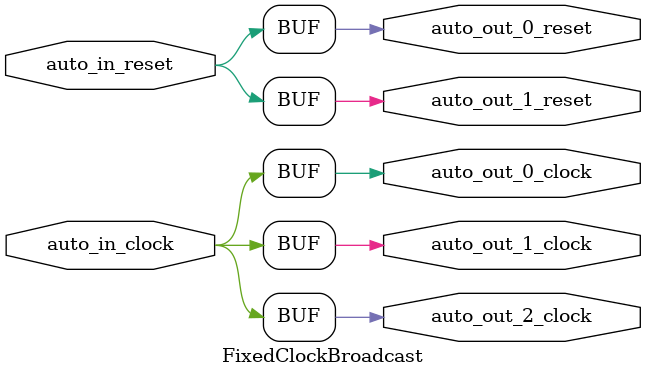
<source format=sv>
`ifndef RANDOMIZE
  `ifdef RANDOMIZE_MEM_INIT
    `define RANDOMIZE
  `endif // RANDOMIZE_MEM_INIT
`endif // not def RANDOMIZE
`ifndef RANDOMIZE
  `ifdef RANDOMIZE_REG_INIT
    `define RANDOMIZE
  `endif // RANDOMIZE_REG_INIT
`endif // not def RANDOMIZE

`ifndef RANDOM
  `define RANDOM $random
`endif // not def RANDOM

// Users can define INIT_RANDOM as general code that gets injected into the
// initializer block for modules with registers.
`ifndef INIT_RANDOM
  `define INIT_RANDOM
`endif // not def INIT_RANDOM

// If using random initialization, you can also define RANDOMIZE_DELAY to
// customize the delay used, otherwise 0.002 is used.
`ifndef RANDOMIZE_DELAY
  `define RANDOMIZE_DELAY 0.002
`endif // not def RANDOMIZE_DELAY

// Define INIT_RANDOM_PROLOG_ for use in our modules below.
`ifndef INIT_RANDOM_PROLOG_
  `ifdef RANDOMIZE
    `ifdef VERILATOR
      `define INIT_RANDOM_PROLOG_ `INIT_RANDOM
    `else  // VERILATOR
      `define INIT_RANDOM_PROLOG_ `INIT_RANDOM #`RANDOMIZE_DELAY begin end
    `endif // VERILATOR
  `else  // RANDOMIZE
    `define INIT_RANDOM_PROLOG_
  `endif // RANDOMIZE
`endif // not def INIT_RANDOM_PROLOG_

// Include register initializers in init blocks unless synthesis is set
`ifndef SYNTHESIS
  `ifndef ENABLE_INITIAL_REG_
    `define ENABLE_INITIAL_REG_
  `endif // not def ENABLE_INITIAL_REG_
`endif // not def SYNTHESIS

// Include rmemory initializers in init blocks unless synthesis is set
`ifndef SYNTHESIS
  `ifndef ENABLE_INITIAL_MEM_
    `define ENABLE_INITIAL_MEM_
  `endif // not def ENABLE_INITIAL_MEM_
`endif // not def SYNTHESIS

// Standard header to adapt well known macros for prints and assertions.

// Users can define 'PRINTF_COND' to add an extra gate to prints.
`ifndef PRINTF_COND_
  `ifdef PRINTF_COND
    `define PRINTF_COND_ (`PRINTF_COND)
  `else  // PRINTF_COND
    `define PRINTF_COND_ 1
  `endif // PRINTF_COND
`endif // not def PRINTF_COND_

// Users can define 'ASSERT_VERBOSE_COND' to add an extra gate to assert error printing.
`ifndef ASSERT_VERBOSE_COND_
  `ifdef ASSERT_VERBOSE_COND
    `define ASSERT_VERBOSE_COND_ (`ASSERT_VERBOSE_COND)
  `else  // ASSERT_VERBOSE_COND
    `define ASSERT_VERBOSE_COND_ 1
  `endif // ASSERT_VERBOSE_COND
`endif // not def ASSERT_VERBOSE_COND_

// Users can define 'STOP_COND' to add an extra gate to stop conditions.
`ifndef STOP_COND_
  `ifdef STOP_COND
    `define STOP_COND_ (`STOP_COND)
  `else  // STOP_COND
    `define STOP_COND_ 1
  `endif // STOP_COND
`endif // not def STOP_COND_

module FixedClockBroadcast(
  input  auto_in_clock,	// @[generators/rocket-chip/src/main/scala/diplomacy/LazyModule.scala:367:18]
         auto_in_reset,	// @[generators/rocket-chip/src/main/scala/diplomacy/LazyModule.scala:367:18]
  output auto_out_2_clock,	// @[generators/rocket-chip/src/main/scala/diplomacy/LazyModule.scala:367:18]
         auto_out_1_clock,	// @[generators/rocket-chip/src/main/scala/diplomacy/LazyModule.scala:367:18]
         auto_out_1_reset,	// @[generators/rocket-chip/src/main/scala/diplomacy/LazyModule.scala:367:18]
         auto_out_0_clock,	// @[generators/rocket-chip/src/main/scala/diplomacy/LazyModule.scala:367:18]
         auto_out_0_reset	// @[generators/rocket-chip/src/main/scala/diplomacy/LazyModule.scala:367:18]
);

  assign auto_out_2_clock = auto_in_clock;
  assign auto_out_1_clock = auto_in_clock;
  assign auto_out_1_reset = auto_in_reset;
  assign auto_out_0_clock = auto_in_clock;
  assign auto_out_0_reset = auto_in_reset;
endmodule


</source>
